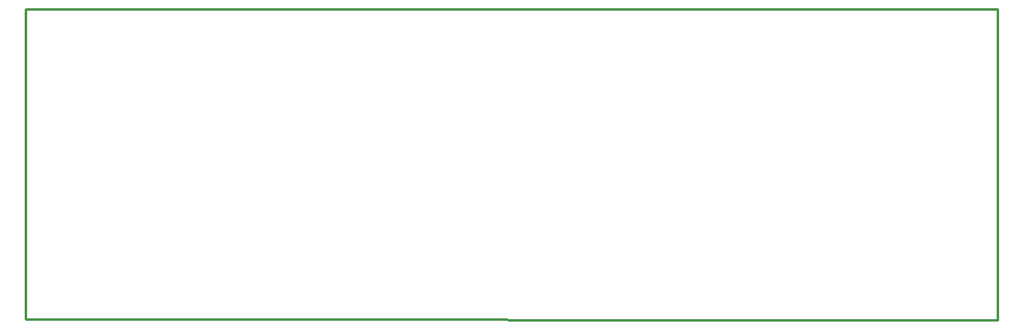
<source format=gko>
G04 Layer: BoardOutline*
G04 EasyEDA v6.4.7, 2020-09-29T10:47:40+03:00*
G04 c168c89dab9346539a0f0a4d02725cba,e225996ff9fb4a0db64c6d6541834e49,10*
G04 Gerber Generator version 0.2*
G04 Scale: 100 percent, Rotated: No, Reflected: No *
G04 Dimensions in millimeters *
G04 leading zeros omitted , absolute positions ,3 integer and 3 decimal *
%FSLAX33Y33*%
%MOMM*%
G90*
D02*

%ADD10C,0.254000*%
G54D10*
G01X0Y31998D02*
G01X100000Y31998D01*
G01X100000Y0D01*
G01X0Y40D01*
G01X0Y31998D01*

%LPD*%
M00*
M02*

</source>
